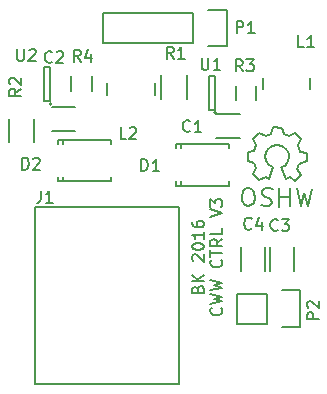
<source format=gto>
G04 #@! TF.FileFunction,Legend,Top*
%FSLAX46Y46*%
G04 Gerber Fmt 4.6, Leading zero omitted, Abs format (unit mm)*
G04 Created by KiCad (PCBNEW 4.0.2-stable) date 3/15/2016 11:14:05 PM*
%MOMM*%
G01*
G04 APERTURE LIST*
%ADD10C,0.100000*%
%ADD11C,0.150000*%
G04 APERTURE END LIST*
D10*
D11*
X156679571Y-85919785D02*
X156727190Y-85776928D01*
X156774810Y-85729309D01*
X156870048Y-85681690D01*
X157012905Y-85681690D01*
X157108143Y-85729309D01*
X157155762Y-85776928D01*
X157203381Y-85872166D01*
X157203381Y-86253119D01*
X156203381Y-86253119D01*
X156203381Y-85919785D01*
X156251000Y-85824547D01*
X156298619Y-85776928D01*
X156393857Y-85729309D01*
X156489095Y-85729309D01*
X156584333Y-85776928D01*
X156631952Y-85824547D01*
X156679571Y-85919785D01*
X156679571Y-86253119D01*
X157203381Y-85253119D02*
X156203381Y-85253119D01*
X157203381Y-84681690D02*
X156631952Y-85110262D01*
X156203381Y-84681690D02*
X156774810Y-85253119D01*
X156298619Y-83538833D02*
X156251000Y-83491214D01*
X156203381Y-83395976D01*
X156203381Y-83157880D01*
X156251000Y-83062642D01*
X156298619Y-83015023D01*
X156393857Y-82967404D01*
X156489095Y-82967404D01*
X156631952Y-83015023D01*
X157203381Y-83586452D01*
X157203381Y-82967404D01*
X156203381Y-82348357D02*
X156203381Y-82253118D01*
X156251000Y-82157880D01*
X156298619Y-82110261D01*
X156393857Y-82062642D01*
X156584333Y-82015023D01*
X156822429Y-82015023D01*
X157012905Y-82062642D01*
X157108143Y-82110261D01*
X157155762Y-82157880D01*
X157203381Y-82253118D01*
X157203381Y-82348357D01*
X157155762Y-82443595D01*
X157108143Y-82491214D01*
X157012905Y-82538833D01*
X156822429Y-82586452D01*
X156584333Y-82586452D01*
X156393857Y-82538833D01*
X156298619Y-82491214D01*
X156251000Y-82443595D01*
X156203381Y-82348357D01*
X157203381Y-81062642D02*
X157203381Y-81634071D01*
X157203381Y-81348357D02*
X156203381Y-81348357D01*
X156346238Y-81443595D01*
X156441476Y-81538833D01*
X156489095Y-81634071D01*
X156203381Y-80205499D02*
X156203381Y-80395976D01*
X156251000Y-80491214D01*
X156298619Y-80538833D01*
X156441476Y-80634071D01*
X156631952Y-80681690D01*
X157012905Y-80681690D01*
X157108143Y-80634071D01*
X157155762Y-80586452D01*
X157203381Y-80491214D01*
X157203381Y-80300737D01*
X157155762Y-80205499D01*
X157108143Y-80157880D01*
X157012905Y-80110261D01*
X156774810Y-80110261D01*
X156679571Y-80157880D01*
X156631952Y-80205499D01*
X156584333Y-80300737D01*
X156584333Y-80491214D01*
X156631952Y-80586452D01*
X156679571Y-80634071D01*
X156774810Y-80681690D01*
X158658143Y-87491214D02*
X158705762Y-87538833D01*
X158753381Y-87681690D01*
X158753381Y-87776928D01*
X158705762Y-87919786D01*
X158610524Y-88015024D01*
X158515286Y-88062643D01*
X158324810Y-88110262D01*
X158181952Y-88110262D01*
X157991476Y-88062643D01*
X157896238Y-88015024D01*
X157801000Y-87919786D01*
X157753381Y-87776928D01*
X157753381Y-87681690D01*
X157801000Y-87538833D01*
X157848619Y-87491214D01*
X157753381Y-87157881D02*
X158753381Y-86919786D01*
X158039095Y-86729309D01*
X158753381Y-86538833D01*
X157753381Y-86300738D01*
X157753381Y-86015024D02*
X158753381Y-85776929D01*
X158039095Y-85586452D01*
X158753381Y-85395976D01*
X157753381Y-85157881D01*
X158658143Y-83443595D02*
X158705762Y-83491214D01*
X158753381Y-83634071D01*
X158753381Y-83729309D01*
X158705762Y-83872167D01*
X158610524Y-83967405D01*
X158515286Y-84015024D01*
X158324810Y-84062643D01*
X158181952Y-84062643D01*
X157991476Y-84015024D01*
X157896238Y-83967405D01*
X157801000Y-83872167D01*
X157753381Y-83729309D01*
X157753381Y-83634071D01*
X157801000Y-83491214D01*
X157848619Y-83443595D01*
X157753381Y-83157881D02*
X157753381Y-82586452D01*
X158753381Y-82872167D02*
X157753381Y-82872167D01*
X158753381Y-81681690D02*
X158277190Y-82015024D01*
X158753381Y-82253119D02*
X157753381Y-82253119D01*
X157753381Y-81872166D01*
X157801000Y-81776928D01*
X157848619Y-81729309D01*
X157943857Y-81681690D01*
X158086714Y-81681690D01*
X158181952Y-81729309D01*
X158229571Y-81776928D01*
X158277190Y-81872166D01*
X158277190Y-82253119D01*
X158753381Y-80776928D02*
X158753381Y-81253119D01*
X157753381Y-81253119D01*
X157753381Y-79824547D02*
X158753381Y-79491214D01*
X157753381Y-79157880D01*
X157753381Y-78919785D02*
X157753381Y-78300737D01*
X158134333Y-78634071D01*
X158134333Y-78491213D01*
X158181952Y-78395975D01*
X158229571Y-78348356D01*
X158324810Y-78300737D01*
X158562905Y-78300737D01*
X158658143Y-78348356D01*
X158705762Y-78395975D01*
X158753381Y-78491213D01*
X158753381Y-78776928D01*
X158705762Y-78872166D01*
X158658143Y-78919785D01*
X142927000Y-78918500D02*
X142927000Y-93918500D01*
X155127000Y-78918500D02*
X155127000Y-93918500D01*
X142927000Y-93918500D02*
X155127000Y-93918500D01*
X142927000Y-78918500D02*
X155127000Y-78918500D01*
X165068780Y-77389860D02*
X165429460Y-78860520D01*
X165429460Y-78860520D02*
X165708860Y-77798800D01*
X165708860Y-77798800D02*
X166018740Y-78870680D01*
X166018740Y-78870680D02*
X166359100Y-77420340D01*
X163648920Y-78080740D02*
X164438860Y-78070580D01*
X164438860Y-78070580D02*
X164449020Y-78080740D01*
X164449020Y-78080740D02*
X164449020Y-78070580D01*
X164489660Y-77359380D02*
X164489660Y-78901160D01*
X163600660Y-77349220D02*
X163600660Y-78918940D01*
X163600660Y-78918940D02*
X163610820Y-78908780D01*
X163049480Y-77450820D02*
X162698960Y-77369540D01*
X162698960Y-77369540D02*
X162378920Y-77359380D01*
X162378920Y-77359380D02*
X162140160Y-77560040D01*
X162140160Y-77560040D02*
X162109680Y-77829280D01*
X162109680Y-77829280D02*
X162350980Y-78070580D01*
X162350980Y-78070580D02*
X162739600Y-78200120D01*
X162739600Y-78200120D02*
X162919940Y-78360140D01*
X162919940Y-78360140D02*
X162960580Y-78659860D01*
X162960580Y-78659860D02*
X162729440Y-78880840D01*
X162729440Y-78880840D02*
X162409400Y-78908780D01*
X162409400Y-78908780D02*
X162058880Y-78799560D01*
X161020020Y-77349220D02*
X160771100Y-77369540D01*
X160771100Y-77369540D02*
X160529800Y-77610840D01*
X160529800Y-77610840D02*
X160440900Y-78101060D01*
X160440900Y-78101060D02*
X160468840Y-78449040D01*
X160468840Y-78449040D02*
X160669500Y-78769080D01*
X160669500Y-78769080D02*
X160920960Y-78891000D01*
X160920960Y-78891000D02*
X161230840Y-78819880D01*
X161230840Y-78819880D02*
X161449280Y-78639540D01*
X161449280Y-78639540D02*
X161520400Y-78179800D01*
X161520400Y-78179800D02*
X161469600Y-77770860D01*
X161469600Y-77770860D02*
X161360380Y-77488920D01*
X161360380Y-77488920D02*
X160999700Y-77359380D01*
X161619460Y-75629640D02*
X161360380Y-76190980D01*
X161360380Y-76190980D02*
X161898860Y-76709140D01*
X161898860Y-76709140D02*
X162419560Y-76439900D01*
X162419560Y-76439900D02*
X162698960Y-76599920D01*
X164139140Y-76579600D02*
X164469340Y-76389100D01*
X164469340Y-76389100D02*
X164908760Y-76719300D01*
X164908760Y-76719300D02*
X165381200Y-76229080D01*
X165381200Y-76229080D02*
X165099260Y-75749020D01*
X165099260Y-75749020D02*
X165289760Y-75279120D01*
X165289760Y-75279120D02*
X165899360Y-75091160D01*
X165899360Y-75091160D02*
X165899360Y-74410440D01*
X165899360Y-74410440D02*
X165340560Y-74270740D01*
X165340560Y-74270740D02*
X165139900Y-73699240D01*
X165139900Y-73699240D02*
X165409140Y-73229340D01*
X165409140Y-73229340D02*
X164939240Y-72718800D01*
X164939240Y-72718800D02*
X164421080Y-72980420D01*
X164421080Y-72980420D02*
X163951180Y-72779760D01*
X163951180Y-72779760D02*
X163781000Y-72238740D01*
X163781000Y-72238740D02*
X163090120Y-72220960D01*
X163090120Y-72220960D02*
X162879300Y-72769600D01*
X162879300Y-72769600D02*
X162460200Y-72939780D01*
X162460200Y-72939780D02*
X161909020Y-72670540D01*
X161909020Y-72670540D02*
X161390860Y-73198860D01*
X161390860Y-73198860D02*
X161639780Y-73739880D01*
X161639780Y-73739880D02*
X161469600Y-74219940D01*
X161469600Y-74219940D02*
X160920960Y-74319000D01*
X160920960Y-74319000D02*
X160910800Y-75020040D01*
X160910800Y-75020040D02*
X161469600Y-75220700D01*
X161469600Y-75220700D02*
X161609300Y-75619480D01*
X163750520Y-75599160D02*
X164050240Y-75449300D01*
X164050240Y-75449300D02*
X164250900Y-75251180D01*
X164250900Y-75251180D02*
X164400760Y-74849860D01*
X164400760Y-74849860D02*
X164400760Y-74451080D01*
X164400760Y-74451080D02*
X164250900Y-74100560D01*
X164250900Y-74100560D02*
X163798780Y-73750040D01*
X163798780Y-73750040D02*
X163349200Y-73699240D01*
X163349200Y-73699240D02*
X162950420Y-73800840D01*
X162950420Y-73800840D02*
X162549100Y-74148820D01*
X162549100Y-74148820D02*
X162399240Y-74600940D01*
X162399240Y-74600940D02*
X162450040Y-75098780D01*
X162450040Y-75098780D02*
X162698960Y-75401040D01*
X162698960Y-75401040D02*
X163049480Y-75599160D01*
X163049480Y-75599160D02*
X162698960Y-76599920D01*
X163750520Y-75599160D02*
X164149300Y-76599920D01*
X145283860Y-76783060D02*
X145283860Y-76432540D01*
X145283860Y-73282940D02*
X145283860Y-73633460D01*
X149333440Y-76783060D02*
X149333440Y-76432540D01*
X144832560Y-76783060D02*
X144832560Y-76432540D01*
X144832560Y-73282940D02*
X144832560Y-73633460D01*
X149333440Y-73282940D02*
X149333440Y-73633460D01*
X144832560Y-76783060D02*
X149333440Y-76783060D01*
X144832560Y-73282940D02*
X149333440Y-73282940D01*
X155291860Y-77137060D02*
X155291860Y-76786540D01*
X155291860Y-73636940D02*
X155291860Y-73987460D01*
X159341440Y-77137060D02*
X159341440Y-76786540D01*
X154840560Y-77137060D02*
X154840560Y-76786540D01*
X154840560Y-73636940D02*
X154840560Y-73987460D01*
X159341440Y-73636940D02*
X159341440Y-73987460D01*
X154840560Y-77137060D02*
X159341440Y-77137060D01*
X154840560Y-73636940D02*
X159341440Y-73636940D01*
X144308000Y-70256000D02*
G75*
G03X144308000Y-70256000I-100000J0D01*
G01*
X143658000Y-70006000D02*
X144158000Y-70006000D01*
X143658000Y-67106000D02*
X143658000Y-70006000D01*
X144158000Y-67106000D02*
X143658000Y-67106000D01*
X144158000Y-70006000D02*
X144158000Y-67106000D01*
X158253000Y-70991000D02*
G75*
G03X158253000Y-70991000I-100000J0D01*
G01*
X157603000Y-70741000D02*
X158103000Y-70741000D01*
X157603000Y-67841000D02*
X157603000Y-70741000D01*
X158103000Y-67841000D02*
X157603000Y-67841000D01*
X158103000Y-70741000D02*
X158103000Y-67841000D01*
X145954000Y-69095000D02*
X145954000Y-67895000D01*
X147704000Y-67895000D02*
X147704000Y-69095000D01*
X159899000Y-69891000D02*
X159899000Y-68691000D01*
X161649000Y-68691000D02*
X161649000Y-69891000D01*
X140674000Y-73493000D02*
X140674000Y-71493000D01*
X142824000Y-71493000D02*
X142824000Y-73493000D01*
X153603000Y-69783000D02*
X153603000Y-67783000D01*
X155753000Y-67783000D02*
X155753000Y-69783000D01*
X162525000Y-88838000D02*
X159985000Y-88838000D01*
X165345000Y-89118000D02*
X163795000Y-89118000D01*
X162525000Y-88838000D02*
X162525000Y-86298000D01*
X163795000Y-86018000D02*
X165345000Y-86018000D01*
X165345000Y-86018000D02*
X165345000Y-89118000D01*
X162525000Y-86298000D02*
X159985000Y-86298000D01*
X159985000Y-86298000D02*
X159985000Y-88838000D01*
X156310000Y-62530000D02*
X148690000Y-62530000D01*
X156310000Y-65070000D02*
X148690000Y-65070000D01*
X159130000Y-65350000D02*
X157580000Y-65350000D01*
X148690000Y-62530000D02*
X148690000Y-65070000D01*
X156310000Y-65070000D02*
X156310000Y-62530000D01*
X157580000Y-62250000D02*
X159130000Y-62250000D01*
X159130000Y-62250000D02*
X159130000Y-65350000D01*
X162407000Y-84377000D02*
X162407000Y-82377000D01*
X160357000Y-82377000D02*
X160357000Y-84377000D01*
X164820000Y-84377000D02*
X164820000Y-82377000D01*
X162770000Y-82377000D02*
X162770000Y-84377000D01*
X146305000Y-70452000D02*
X144305000Y-70452000D01*
X144305000Y-72502000D02*
X146305000Y-72502000D01*
X160250000Y-71060000D02*
X158250000Y-71060000D01*
X158250000Y-73110000D02*
X160250000Y-73110000D01*
X149020000Y-68463000D02*
X149020000Y-69463000D01*
X153020000Y-68463000D02*
X153020000Y-69463000D01*
X162200000Y-68000000D02*
X162200000Y-69000000D01*
X166200000Y-68000000D02*
X166200000Y-69000000D01*
X143413167Y-77577881D02*
X143413167Y-78292167D01*
X143365547Y-78435024D01*
X143270309Y-78530262D01*
X143127452Y-78577881D01*
X143032214Y-78577881D01*
X144413167Y-78577881D02*
X143841738Y-78577881D01*
X144127452Y-78577881D02*
X144127452Y-77577881D01*
X144032214Y-77720738D01*
X143936976Y-77815976D01*
X143841738Y-77863595D01*
X141801905Y-75783881D02*
X141801905Y-74783881D01*
X142040000Y-74783881D01*
X142182858Y-74831500D01*
X142278096Y-74926738D01*
X142325715Y-75021976D01*
X142373334Y-75212452D01*
X142373334Y-75355310D01*
X142325715Y-75545786D01*
X142278096Y-75641024D01*
X142182858Y-75736262D01*
X142040000Y-75783881D01*
X141801905Y-75783881D01*
X142754286Y-74879119D02*
X142801905Y-74831500D01*
X142897143Y-74783881D01*
X143135239Y-74783881D01*
X143230477Y-74831500D01*
X143278096Y-74879119D01*
X143325715Y-74974357D01*
X143325715Y-75069595D01*
X143278096Y-75212452D01*
X142706667Y-75783881D01*
X143325715Y-75783881D01*
X151898405Y-75910881D02*
X151898405Y-74910881D01*
X152136500Y-74910881D01*
X152279358Y-74958500D01*
X152374596Y-75053738D01*
X152422215Y-75148976D01*
X152469834Y-75339452D01*
X152469834Y-75482310D01*
X152422215Y-75672786D01*
X152374596Y-75768024D01*
X152279358Y-75863262D01*
X152136500Y-75910881D01*
X151898405Y-75910881D01*
X153422215Y-75910881D02*
X152850786Y-75910881D01*
X153136500Y-75910881D02*
X153136500Y-74910881D01*
X153041262Y-75053738D01*
X152946024Y-75148976D01*
X152850786Y-75196595D01*
X141397095Y-65576381D02*
X141397095Y-66385905D01*
X141444714Y-66481143D01*
X141492333Y-66528762D01*
X141587571Y-66576381D01*
X141778048Y-66576381D01*
X141873286Y-66528762D01*
X141920905Y-66481143D01*
X141968524Y-66385905D01*
X141968524Y-65576381D01*
X142397095Y-65671619D02*
X142444714Y-65624000D01*
X142539952Y-65576381D01*
X142778048Y-65576381D01*
X142873286Y-65624000D01*
X142920905Y-65671619D01*
X142968524Y-65766857D01*
X142968524Y-65862095D01*
X142920905Y-66004952D01*
X142349476Y-66576381D01*
X142968524Y-66576381D01*
X157018095Y-66338381D02*
X157018095Y-67147905D01*
X157065714Y-67243143D01*
X157113333Y-67290762D01*
X157208571Y-67338381D01*
X157399048Y-67338381D01*
X157494286Y-67290762D01*
X157541905Y-67243143D01*
X157589524Y-67147905D01*
X157589524Y-66338381D01*
X158589524Y-67338381D02*
X158018095Y-67338381D01*
X158303809Y-67338381D02*
X158303809Y-66338381D01*
X158208571Y-66481238D01*
X158113333Y-66576476D01*
X158018095Y-66624095D01*
X146754834Y-66639881D02*
X146421500Y-66163690D01*
X146183405Y-66639881D02*
X146183405Y-65639881D01*
X146564358Y-65639881D01*
X146659596Y-65687500D01*
X146707215Y-65735119D01*
X146754834Y-65830357D01*
X146754834Y-65973214D01*
X146707215Y-66068452D01*
X146659596Y-66116071D01*
X146564358Y-66163690D01*
X146183405Y-66163690D01*
X147611977Y-65973214D02*
X147611977Y-66639881D01*
X147373881Y-65592262D02*
X147135786Y-66306548D01*
X147754834Y-66306548D01*
X160470834Y-67465381D02*
X160137500Y-66989190D01*
X159899405Y-67465381D02*
X159899405Y-66465381D01*
X160280358Y-66465381D01*
X160375596Y-66513000D01*
X160423215Y-66560619D01*
X160470834Y-66655857D01*
X160470834Y-66798714D01*
X160423215Y-66893952D01*
X160375596Y-66941571D01*
X160280358Y-66989190D01*
X159899405Y-66989190D01*
X160804167Y-66465381D02*
X161423215Y-66465381D01*
X161089881Y-66846333D01*
X161232739Y-66846333D01*
X161327977Y-66893952D01*
X161375596Y-66941571D01*
X161423215Y-67036810D01*
X161423215Y-67274905D01*
X161375596Y-67370143D01*
X161327977Y-67417762D01*
X161232739Y-67465381D01*
X160947024Y-67465381D01*
X160851786Y-67417762D01*
X160804167Y-67370143D01*
X141722381Y-68957666D02*
X141246190Y-69291000D01*
X141722381Y-69529095D02*
X140722381Y-69529095D01*
X140722381Y-69148142D01*
X140770000Y-69052904D01*
X140817619Y-69005285D01*
X140912857Y-68957666D01*
X141055714Y-68957666D01*
X141150952Y-69005285D01*
X141198571Y-69052904D01*
X141246190Y-69148142D01*
X141246190Y-69529095D01*
X140817619Y-68576714D02*
X140770000Y-68529095D01*
X140722381Y-68433857D01*
X140722381Y-68195761D01*
X140770000Y-68100523D01*
X140817619Y-68052904D01*
X140912857Y-68005285D01*
X141008095Y-68005285D01*
X141150952Y-68052904D01*
X141722381Y-68624333D01*
X141722381Y-68005285D01*
X154628834Y-66385881D02*
X154295500Y-65909690D01*
X154057405Y-66385881D02*
X154057405Y-65385881D01*
X154438358Y-65385881D01*
X154533596Y-65433500D01*
X154581215Y-65481119D01*
X154628834Y-65576357D01*
X154628834Y-65719214D01*
X154581215Y-65814452D01*
X154533596Y-65862071D01*
X154438358Y-65909690D01*
X154057405Y-65909690D01*
X155581215Y-66385881D02*
X155009786Y-66385881D01*
X155295500Y-66385881D02*
X155295500Y-65385881D01*
X155200262Y-65528738D01*
X155105024Y-65623976D01*
X155009786Y-65671595D01*
X166931881Y-88452095D02*
X165931881Y-88452095D01*
X165931881Y-88071142D01*
X165979500Y-87975904D01*
X166027119Y-87928285D01*
X166122357Y-87880666D01*
X166265214Y-87880666D01*
X166360452Y-87928285D01*
X166408071Y-87975904D01*
X166455690Y-88071142D01*
X166455690Y-88452095D01*
X166027119Y-87499714D02*
X165979500Y-87452095D01*
X165931881Y-87356857D01*
X165931881Y-87118761D01*
X165979500Y-87023523D01*
X166027119Y-86975904D01*
X166122357Y-86928285D01*
X166217595Y-86928285D01*
X166360452Y-86975904D01*
X166931881Y-87547333D01*
X166931881Y-86928285D01*
X159962905Y-64226881D02*
X159962905Y-63226881D01*
X160343858Y-63226881D01*
X160439096Y-63274500D01*
X160486715Y-63322119D01*
X160534334Y-63417357D01*
X160534334Y-63560214D01*
X160486715Y-63655452D01*
X160439096Y-63703071D01*
X160343858Y-63750690D01*
X159962905Y-63750690D01*
X161486715Y-64226881D02*
X160915286Y-64226881D01*
X161201000Y-64226881D02*
X161201000Y-63226881D01*
X161105762Y-63369738D01*
X161010524Y-63464976D01*
X160915286Y-63512595D01*
X161232834Y-80768643D02*
X161185215Y-80816262D01*
X161042358Y-80863881D01*
X160947120Y-80863881D01*
X160804262Y-80816262D01*
X160709024Y-80721024D01*
X160661405Y-80625786D01*
X160613786Y-80435310D01*
X160613786Y-80292452D01*
X160661405Y-80101976D01*
X160709024Y-80006738D01*
X160804262Y-79911500D01*
X160947120Y-79863881D01*
X161042358Y-79863881D01*
X161185215Y-79911500D01*
X161232834Y-79959119D01*
X162089977Y-80197214D02*
X162089977Y-80863881D01*
X161851881Y-79816262D02*
X161613786Y-80530548D01*
X162232834Y-80530548D01*
X163455334Y-80895643D02*
X163407715Y-80943262D01*
X163264858Y-80990881D01*
X163169620Y-80990881D01*
X163026762Y-80943262D01*
X162931524Y-80848024D01*
X162883905Y-80752786D01*
X162836286Y-80562310D01*
X162836286Y-80419452D01*
X162883905Y-80228976D01*
X162931524Y-80133738D01*
X163026762Y-80038500D01*
X163169620Y-79990881D01*
X163264858Y-79990881D01*
X163407715Y-80038500D01*
X163455334Y-80086119D01*
X163788667Y-79990881D02*
X164407715Y-79990881D01*
X164074381Y-80371833D01*
X164217239Y-80371833D01*
X164312477Y-80419452D01*
X164360096Y-80467071D01*
X164407715Y-80562310D01*
X164407715Y-80800405D01*
X164360096Y-80895643D01*
X164312477Y-80943262D01*
X164217239Y-80990881D01*
X163931524Y-80990881D01*
X163836286Y-80943262D01*
X163788667Y-80895643D01*
X144341834Y-66671643D02*
X144294215Y-66719262D01*
X144151358Y-66766881D01*
X144056120Y-66766881D01*
X143913262Y-66719262D01*
X143818024Y-66624024D01*
X143770405Y-66528786D01*
X143722786Y-66338310D01*
X143722786Y-66195452D01*
X143770405Y-66004976D01*
X143818024Y-65909738D01*
X143913262Y-65814500D01*
X144056120Y-65766881D01*
X144151358Y-65766881D01*
X144294215Y-65814500D01*
X144341834Y-65862119D01*
X144722786Y-65862119D02*
X144770405Y-65814500D01*
X144865643Y-65766881D01*
X145103739Y-65766881D01*
X145198977Y-65814500D01*
X145246596Y-65862119D01*
X145294215Y-65957357D01*
X145294215Y-66052595D01*
X145246596Y-66195452D01*
X144675167Y-66766881D01*
X145294215Y-66766881D01*
X156025834Y-72513643D02*
X155978215Y-72561262D01*
X155835358Y-72608881D01*
X155740120Y-72608881D01*
X155597262Y-72561262D01*
X155502024Y-72466024D01*
X155454405Y-72370786D01*
X155406786Y-72180310D01*
X155406786Y-72037452D01*
X155454405Y-71846976D01*
X155502024Y-71751738D01*
X155597262Y-71656500D01*
X155740120Y-71608881D01*
X155835358Y-71608881D01*
X155978215Y-71656500D01*
X156025834Y-71704119D01*
X156978215Y-72608881D02*
X156406786Y-72608881D01*
X156692500Y-72608881D02*
X156692500Y-71608881D01*
X156597262Y-71751738D01*
X156502024Y-71846976D01*
X156406786Y-71894595D01*
X150628334Y-73180381D02*
X150152143Y-73180381D01*
X150152143Y-72180381D01*
X150914048Y-72275619D02*
X150961667Y-72228000D01*
X151056905Y-72180381D01*
X151295001Y-72180381D01*
X151390239Y-72228000D01*
X151437858Y-72275619D01*
X151485477Y-72370857D01*
X151485477Y-72466095D01*
X151437858Y-72608952D01*
X150866429Y-73180381D01*
X151485477Y-73180381D01*
X165677834Y-65433381D02*
X165201643Y-65433381D01*
X165201643Y-64433381D01*
X166534977Y-65433381D02*
X165963548Y-65433381D01*
X166249262Y-65433381D02*
X166249262Y-64433381D01*
X166154024Y-64576238D01*
X166058786Y-64671476D01*
X165963548Y-64719095D01*
M02*

</source>
